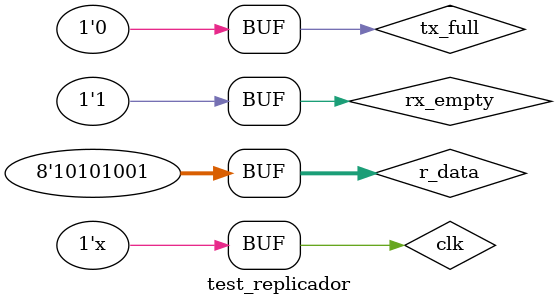
<source format=v>
`timescale 1ns / 1ps


module test_replicador;

	// Inputs
	reg [7:0] r_data;
	reg rx_empty;
	reg tx_full;
	reg clk;

	// Outputs
	wire rd;
	wire [7:0] w_data;
	wire wr;

	// Instantiate the Unit Under Test (UUT)
	test uut (
		.r_data(r_data), 
		.rd(rd), 
		.rx_empty(rx_empty), 
		.w_data(w_data), 
		.wr(wr), 
		.tx_full(tx_full), 
		.clk(clk)
	);

	initial begin
		// Initialize Inputs
		r_data = 0;
		rx_empty = 0;
		tx_full = 0;
		clk = 0;

		// Wait 100 ns for global reset to finish
		r_data = 11001001;
		#30;
		rx_empty = 0;
		#20;
		rx_empty = 1;
		#40;
		tx_full = 0;
		
		
		
		
        
		// Add stimulus here

	end
	
	always #5
	clk = ~clk;
      
endmodule


</source>
